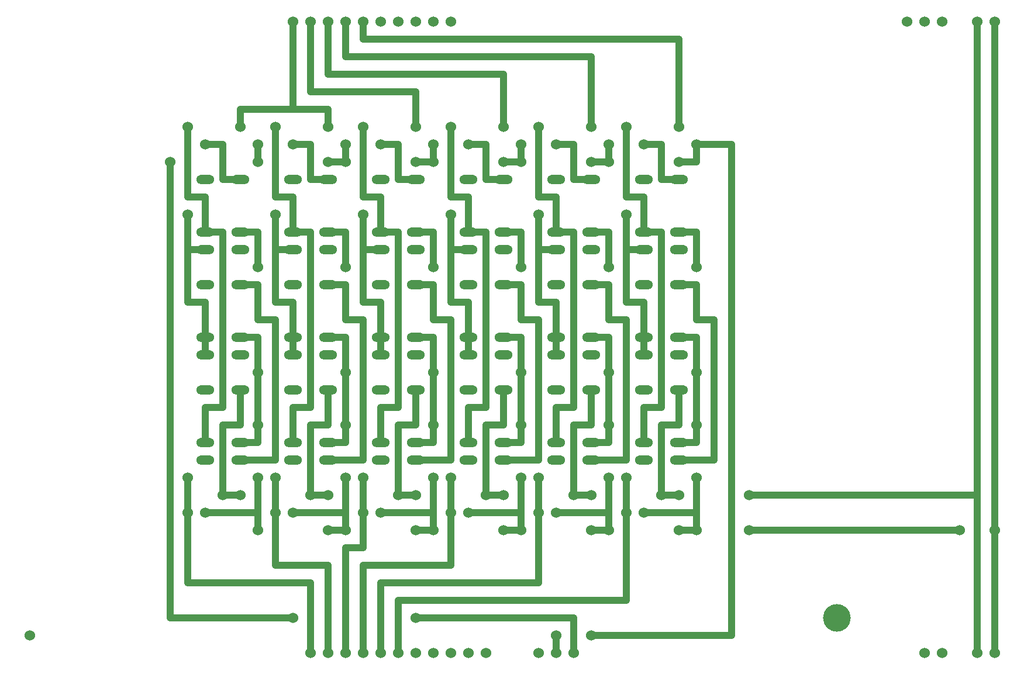
<source format=gbr>
G04 DesignSpark PCB Gerber Version 9.0 Build 5115 *
%FSLAX35Y35*%
%MOIN*%
%ADD29C,0.03937*%
%ADD10C,0.06000*%
%ADD18O,0.10400X0.05200*%
%ADD73C,0.15748*%
X0Y0D02*
D02*
D10*
X27022Y28596D03*
X107022Y298596D03*
X117022Y98596D03*
Y118596D03*
Y268596D03*
Y318596D03*
X127022Y98596D03*
Y308596D03*
X137022Y108596D03*
X147022D03*
Y318596D03*
X157022Y88596D03*
Y118596D03*
Y148596D03*
Y178596D03*
Y238596D03*
Y298596D03*
Y308596D03*
X167022Y98596D03*
Y118596D03*
Y268596D03*
Y318596D03*
X177022Y38596D03*
Y98596D03*
Y308596D03*
Y378596D03*
X187022Y18596D03*
Y108596D03*
Y378596D03*
X197022Y18596D03*
Y88596D03*
Y108596D03*
Y298596D03*
Y318596D03*
Y378596D03*
X207022Y18596D03*
Y88596D03*
Y118596D03*
Y148596D03*
Y178596D03*
Y238596D03*
Y298596D03*
Y308596D03*
Y378596D03*
X217022Y18596D03*
Y98596D03*
Y118596D03*
Y268596D03*
Y318596D03*
Y378596D03*
X227022Y18596D03*
Y98596D03*
Y308596D03*
Y378596D03*
X237022Y18596D03*
Y108596D03*
Y378596D03*
X247022Y18596D03*
Y38596D03*
Y88596D03*
Y108596D03*
Y298596D03*
Y318596D03*
Y378596D03*
X257022Y18596D03*
Y88596D03*
Y118596D03*
Y148596D03*
Y178596D03*
Y238596D03*
Y298596D03*
Y308596D03*
Y378596D03*
X267022Y18596D03*
Y98596D03*
Y118596D03*
Y268596D03*
Y318596D03*
Y378596D03*
X277022Y18596D03*
Y98596D03*
Y308596D03*
X287022Y18596D03*
Y108596D03*
X297022Y88596D03*
Y108596D03*
Y298596D03*
Y318596D03*
X307022Y88596D03*
Y118596D03*
Y148596D03*
Y178596D03*
Y238596D03*
Y298596D03*
Y308596D03*
X317022Y18596D03*
Y98596D03*
Y118596D03*
Y268596D03*
Y318596D03*
X327022Y18596D03*
Y28596D03*
Y98596D03*
Y308596D03*
X337022Y18596D03*
Y108596D03*
X347022Y28596D03*
Y88596D03*
Y108596D03*
Y298596D03*
Y318596D03*
X357022Y88596D03*
Y118596D03*
Y148596D03*
Y178596D03*
Y238596D03*
Y298596D03*
Y308596D03*
X367022Y98596D03*
Y118596D03*
Y268596D03*
Y318596D03*
X377022Y98596D03*
Y308596D03*
X387022Y108596D03*
X397022Y88596D03*
Y108596D03*
Y298596D03*
Y318596D03*
X407022Y88596D03*
Y118596D03*
Y148596D03*
Y178596D03*
Y238596D03*
Y308596D03*
X437022Y88596D03*
Y108596D03*
X527022Y378596D03*
X537022Y18596D03*
Y378596D03*
X547022Y18596D03*
Y378596D03*
X557022Y88596D03*
X567022Y18596D03*
Y378596D03*
X577022Y18596D03*
Y88596D03*
Y378596D03*
D02*
D18*
X127022Y128596D03*
Y138596D03*
Y168596D03*
Y188596D03*
Y198596D03*
Y228596D03*
Y248596D03*
Y258596D03*
Y288596D03*
X147022Y128596D03*
Y138596D03*
Y168596D03*
Y188596D03*
Y198596D03*
Y228596D03*
Y248596D03*
Y258596D03*
Y288596D03*
X177022Y128596D03*
Y138596D03*
Y168596D03*
Y188596D03*
Y198596D03*
Y228596D03*
Y248596D03*
Y258596D03*
Y288596D03*
X197022Y128596D03*
Y138596D03*
Y168596D03*
Y188596D03*
Y198596D03*
Y228596D03*
Y248596D03*
Y258596D03*
Y288596D03*
X227022Y128596D03*
Y138596D03*
Y168596D03*
Y188596D03*
Y198596D03*
Y228596D03*
Y248596D03*
Y258596D03*
Y288596D03*
X247022Y128596D03*
Y138596D03*
Y168596D03*
Y188596D03*
Y198596D03*
Y228596D03*
Y248596D03*
Y258596D03*
Y288596D03*
X277022Y128596D03*
Y138596D03*
Y168596D03*
Y188596D03*
Y198596D03*
Y228596D03*
Y248596D03*
Y258596D03*
Y288596D03*
X297022Y128596D03*
Y138596D03*
Y168596D03*
Y188596D03*
Y198596D03*
Y228596D03*
Y248596D03*
Y258596D03*
Y288596D03*
X327022Y128596D03*
Y138596D03*
Y168596D03*
Y188596D03*
Y198596D03*
Y228596D03*
Y248596D03*
Y258596D03*
Y288596D03*
X347022Y128596D03*
Y138596D03*
Y168596D03*
Y188596D03*
Y198596D03*
Y228596D03*
Y248596D03*
Y258596D03*
Y288596D03*
X377022Y128596D03*
Y138596D03*
Y168596D03*
Y188596D03*
Y198596D03*
Y228596D03*
Y248596D03*
Y258596D03*
Y288596D03*
X397022Y128596D03*
Y138596D03*
Y168596D03*
Y188596D03*
Y198596D03*
Y228596D03*
Y248596D03*
Y258596D03*
Y288596D03*
D02*
D29*
X117022Y118596D02*
Y98596D01*
Y248596D02*
X127022D01*
X117022Y268596D02*
Y248596D01*
X127022Y98596D02*
X157022D01*
X127022Y188596D02*
Y198596D01*
Y218596*
X117022*
Y248596*
X127022Y258596D02*
Y278596D01*
X117022*
Y318596*
X127022Y258596D02*
X137022D01*
Y158596*
X127022*
Y138596*
X137022Y108596D02*
X147022D01*
Y128596D02*
X167022D01*
Y208596*
X157022*
Y228596*
X147022*
Y168596D02*
Y148596D01*
X137022*
Y108596*
X147022Y198596D02*
X157022D01*
X147022Y288596D02*
X137022D01*
Y308596*
X127022*
X147022Y318596D02*
Y328596D01*
X177022*
X157022Y98596D02*
Y88596D01*
Y98596D02*
Y118596D01*
Y148596D02*
Y138596D01*
X147022*
X157022Y198596D02*
Y148596D01*
Y198596D02*
Y178596D01*
Y238596D02*
Y258596D01*
X147022*
X157022Y308596D02*
Y298596D01*
X167022Y98596D02*
Y68596D01*
X197022*
Y18596*
X167022Y118596D02*
Y98596D01*
Y248596D02*
X177022D01*
X167022Y268596D02*
Y248596D01*
X177022Y38596D02*
X107022D01*
Y298596*
X177022Y98596D02*
X207022D01*
X177022Y188596D02*
Y198596D01*
Y218596*
X167022*
Y248596*
X177022Y258596D02*
Y278596D01*
X167022*
Y318596*
X177022Y258596D02*
X187022D01*
Y158596*
X177022*
Y138596*
Y328596D02*
Y378596D01*
X187022Y18596D02*
Y58596D01*
X117022*
Y98596*
X187022Y108596D02*
X197022D01*
X187022Y378596D02*
Y338596D01*
X247022*
Y318596*
X197022Y88596D02*
X207022D01*
X197022Y128596D02*
X217022D01*
Y208596*
X207022*
Y228596*
X197022*
Y168596D02*
Y148596D01*
X187022*
Y108596*
X197022Y198596D02*
X207022D01*
X197022Y288596D02*
X187022D01*
Y308596*
X177022*
X197022Y298596D02*
X207022D01*
X197022Y318596D02*
Y328596D01*
X177022*
X197022Y378596D02*
Y348596D01*
X297022*
Y318596*
X207022Y98596D02*
Y88596D01*
Y98596D02*
Y118596D01*
Y148596D02*
Y138596D01*
X197022*
X207022Y198596D02*
Y148596D01*
Y198596D02*
Y178596D01*
Y238596D02*
Y258596D01*
X197022*
X207022Y298596D02*
Y308596D01*
Y378596D02*
Y358596D01*
X347022*
Y318596*
X217022Y18596D02*
Y68596D01*
X267022*
Y98596*
X217022D02*
Y78596D01*
X207022*
Y18596*
X217022Y118596D02*
Y98596D01*
Y248596D02*
X227022D01*
X217022Y268596D02*
Y248596D01*
Y378596D02*
Y368596D01*
X397022*
Y318596*
X227022Y18596D02*
Y58596D01*
X317022*
Y98596*
X227022D02*
X257022D01*
X227022Y188596D02*
Y198596D01*
Y218596*
X217022*
Y248596*
X227022Y258596D02*
Y278596D01*
X217022*
Y318596*
X227022Y258596D02*
X237022D01*
Y158596*
X227022*
Y138596*
X237022Y18596D02*
Y48596D01*
X367022*
Y98596*
X237022Y108596D02*
X247022D01*
Y38596D02*
X337022D01*
Y18596*
X247022Y88596D02*
X257022D01*
X247022Y128596D02*
X267022D01*
Y208596*
X257022*
Y228596*
X247022*
Y168596D02*
Y148596D01*
X237022*
Y108596*
X247022Y198596D02*
X257022D01*
X247022Y288596D02*
X237022D01*
Y308596*
X227022*
X247022Y298596D02*
X257022D01*
Y98596D02*
Y88596D01*
Y98596D02*
Y118596D01*
Y148596D02*
Y138596D01*
X247022*
X257022Y198596D02*
Y148596D01*
Y198596D02*
Y178596D01*
Y238596D02*
Y258596D01*
X247022*
X257022Y298596D02*
Y308596D01*
X267022Y118596D02*
Y98596D01*
Y248596D02*
X277022D01*
X267022Y268596D02*
Y248596D01*
X277022Y98596D02*
X307022D01*
X277022Y188596D02*
Y198596D01*
Y218596*
X267022*
Y248596*
X277022Y258596D02*
Y278596D01*
X267022*
Y318596*
X277022Y258596D02*
X287022D01*
Y158596*
X277022*
Y138596*
X287022Y108596D02*
X297022D01*
Y88596D02*
X307022D01*
X297022Y128596D02*
X317022D01*
Y208596*
X307022*
Y228596*
X297022*
Y168596D02*
Y148596D01*
X287022*
Y108596*
X297022Y198596D02*
X307022D01*
X297022Y288596D02*
X287022D01*
Y308596*
X277022*
X297022Y298596D02*
X307022D01*
Y98596D02*
Y88596D01*
Y98596D02*
Y118596D01*
Y148596D02*
Y138596D01*
X297022*
X307022Y198596D02*
Y148596D01*
Y198596D02*
Y178596D01*
Y238596D02*
Y258596D01*
X297022*
X307022Y298596D02*
Y308596D01*
X317022Y118596D02*
Y98596D01*
Y248596D02*
X327022D01*
X317022Y268596D02*
Y248596D01*
X327022Y18596D02*
Y28596D01*
Y98596D02*
X357022D01*
X327022Y188596D02*
Y198596D01*
Y218596*
X317022*
Y248596*
X327022Y258596D02*
Y278596D01*
X317022*
Y318596*
X327022Y258596D02*
X337022D01*
Y158596*
X327022*
Y138596*
X337022Y108596D02*
X347022D01*
Y28596D02*
X427022D01*
Y308596*
X407022*
X347022Y88596D02*
X357022D01*
X347022Y128596D02*
X367022D01*
Y208596*
X357022*
Y228596*
X347022*
Y168596D02*
Y148596D01*
X337022*
Y108596*
X347022Y198596D02*
X357022D01*
X347022Y288596D02*
X337022D01*
Y308596*
X327022*
X347022Y298596D02*
X357022D01*
Y98596D02*
Y88596D01*
Y98596D02*
Y118596D01*
Y148596D02*
Y138596D01*
X347022*
X357022Y198596D02*
Y148596D01*
Y198596D02*
Y178596D01*
Y238596D02*
Y258596D01*
X347022*
X357022Y298596D02*
Y308596D01*
X367022Y118596D02*
Y98596D01*
Y248596D02*
X377022D01*
X367022Y268596D02*
Y248596D01*
X377022Y98596D02*
X407022D01*
X377022Y188596D02*
Y198596D01*
Y218596*
X367022*
Y248596*
X377022Y258596D02*
Y278596D01*
X367022*
Y318596*
X377022Y258596D02*
X387022D01*
Y158596*
X377022*
Y138596*
X387022Y108596D02*
X397022D01*
Y88596D02*
X407022D01*
X397022Y168596D02*
Y148596D01*
X387022*
Y108596*
X397022Y198596D02*
X407022D01*
X397022Y228596D02*
X407022D01*
Y208596*
X417022*
Y128596*
X397022*
Y288596D02*
X387022D01*
Y308596*
X377022*
X407022Y98596D02*
Y88596D01*
Y98596D02*
Y118596D01*
Y148596D02*
Y138596D01*
X397022*
X407022Y198596D02*
Y148596D01*
Y198596D02*
Y178596D01*
Y238596D02*
Y258596D01*
X397022*
X407022Y308596D02*
Y298596D01*
X397022*
X437022Y108596D02*
X567022D01*
X557022Y88596D02*
X437022D01*
X567022Y108596D02*
Y18596D01*
Y378596D02*
Y108596D01*
X577022Y18596D02*
Y88596D01*
Y378596*
D02*
D73*
X487022Y38596D03*
X0Y0D02*
M02*

</source>
